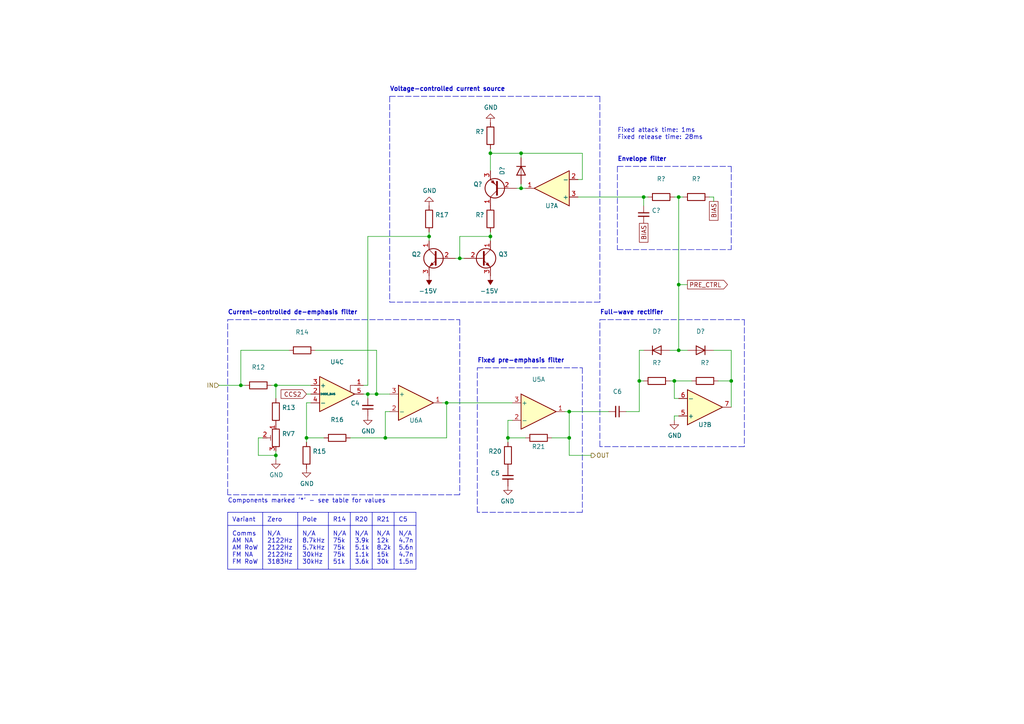
<source format=kicad_sch>
(kicad_sch (version 20211123) (generator eeschema)
  (paper "A4")
  (title_block (title "D4 Damager") (date "2021-01-08") (rev "1") (company "Copyright © 2020 Tarot Systems"))
  (lib_symbols
    (symbol "Amplifier_Operational:LM13700" (pin_names (offset 0.127))
      (property "Reference" "U" (at 3.81 5.08 0))
      (property "Value" "LM13700" (at 5.08 -5.08 0))
      (symbol "LM13700_1_1"
        (polyline (pts (xy 3.81 -0.635) (xy 3.81 -2.54) (xy 5.08 -2.54)))
        (polyline (pts (xy 5.08 0) (xy -5.08 -5.08) (xy -5.08 5.08) (xy 5.08 0)) (stroke (width 0.254)) (fill (type background)))
        (pin output line (at 7.62 0 180) (length 2.54) (name "~") (number "12"))
        (pin input line (at -7.62 2.54 0) (length 2.54) (name "-") (number "13"))
        (pin input line (at -7.62 -2.54 0) (length 2.54) (name "+") (number "14"))
        (pin input line (at -7.62 0 0) (length 2.54) (name "DIODE_BIAS") (number "15"))
        (pin input line (at 7.62 -2.54 180) (length 2.54) (name "~") (number "16"))
      )
      (symbol "LM13700_2_0"
        (polyline (pts (xy -1.905 2.54) (xy -3.175 2.54)))
      )
      (symbol "LM13700_2_1"
        (circle (center -2.54 1.905) (radius 0.254) (stroke (width 0.254)) (fill (type outline)))
        (polyline (pts (xy -3.81 -0.635) (xy -2.54 -1.27)))
        (polyline (pts (xy -3.81 1.27) (xy -3.81 -1.27)))
        (polyline (pts (xy -2.54 -1.905) (xy -1.27 -2.54)))
        (polyline (pts (xy -2.54 0) (xy -2.54 -2.54)))
        (polyline (pts (xy -3.81 0.635) (xy -2.54 1.27) (xy -2.54 1.905) (xy -2.54 2.54)))
        (polyline (pts (xy -2.54 -1.27) (xy -3.175 -0.635) (xy -3.175 -1.27) (xy -2.54 -1.27)) (fill (type outline)))
        (polyline (pts (xy -2.54 -0.635) (xy -1.27 0) (xy -1.27 1.905) (xy -2.54 1.905)))
        (polyline (pts (xy -1.27 -2.54) (xy -1.905 -1.905) (xy -1.905 -2.54) (xy -1.27 -2.54)) (fill (type outline)))
        (text "V+" (at -2.54 3.81 0) (effects (font (size 1.27 1.27))))
        (pin input line (at -7.62 0 0) (length 3.81) (name "~") (number "10"))
        (pin output line (at 2.54 -2.54 180) (length 3.81) (name "~") (number "9"))
      )
      (symbol "LM13700_3_1"
        (polyline (pts (xy 3.81 -0.635) (xy 3.81 -2.54) (xy 5.08 -2.54)))
        (polyline (pts (xy 5.08 0) (xy -5.08 -5.08) (xy -5.08 5.08) (xy 5.08 0)) (stroke (width 0.254)) (fill (type background)))
        (pin input line (at 7.62 -2.54 180) (length 2.54) (name "~") (number "1"))
        (pin input line (at -7.62 0 0) (length 2.54) (name "DIODE_BIAS") (number "2"))
        (pin input line (at -7.62 -2.54 0) (length 2.54) (name "+") (number "3"))
        (pin input line (at -7.62 2.54 0) (length 2.54) (name "-") (number "4"))
        (pin output line (at 7.62 0 180) (length 2.54) (name "~") (number "5"))
      )
      (symbol "LM13700_4_0"
        (polyline (pts (xy -3.175 2.54) (xy -1.905 2.54)))
        (text "V+" (at -2.54 3.81 0) (effects (font (size 1.27 1.27))))
      )
      (symbol "LM13700_4_1"
        (circle (center -2.54 1.905) (radius 0.254) (stroke (width 0.254)) (fill (type outline)))
        (polyline (pts (xy -3.81 -0.635) (xy -2.54 -1.27)))
        (polyline (pts (xy -3.81 1.27) (xy -3.81 -1.27)))
        (polyline (pts (xy -2.54 -1.905) (xy -1.27 -2.54)))
        (polyline (pts (xy -2.54 0) (xy -2.54 -2.54)))
        (polyline (pts (xy -3.81 0.635) (xy -2.54 1.27) (xy -2.54 2.54)))
        (polyline (pts (xy -2.54 -1.27) (xy -3.175 -0.635) (xy -3.175 -1.27) (xy -2.54 -1.27)) (fill (type outline)))
        (polyline (pts (xy -2.54 -0.635) (xy -1.27 0) (xy -1.27 1.905) (xy -2.54 1.905)))
        (polyline (pts (xy -1.27 -2.54) (xy -1.905 -1.905) (xy -1.905 -2.54) (xy -1.27 -2.54)) (fill (type outline)))
        (pin input line (at -7.62 0 0) (length 3.81) (name "~") (number "7"))
        (pin output line (at 2.54 -2.54 180) (length 3.81) (name "~") (number "8"))
      )
      (symbol "LM13700_5_1"
        (pin power_in line (at -2.54 7.62 270) (length 3.81) (name "V+") (number "11"))
        (pin power_in line (at -2.54 -7.62 90) (length 3.81) (name "V-") (number "6"))
      )
    )
    (symbol "Amplifier_Operational:TL072" (pin_names (offset 0.127))
      (property "Reference" "U" (at 0 5.08 0))
      (property "Value" "TL072" (at 0 -5.08 0))
      (symbol "TL072_1_1"
        (polyline (pts (xy -5.08 5.08) (xy 5.08 0) (xy -5.08 -5.08) (xy -5.08 5.08)) (stroke (width 0.254)) (fill (type background)))
        (pin output line (at 7.62 0 180) (length 2.54) (name "~") (number "1"))
        (pin input line (at -7.62 -2.54 0) (length 2.54) (name "-") (number "2"))
        (pin input line (at -7.62 2.54 0) (length 2.54) (name "+") (number "3"))
      )
      (symbol "TL072_2_1"
        (polyline (pts (xy -5.08 5.08) (xy 5.08 0) (xy -5.08 -5.08) (xy -5.08 5.08)) (stroke (width 0.254)) (fill (type background)))
        (pin input line (at -7.62 2.54 0) (length 2.54) (name "+") (number "5"))
        (pin input line (at -7.62 -2.54 0) (length 2.54) (name "-") (number "6"))
        (pin output line (at 7.62 0 180) (length 2.54) (name "~") (number "7"))
      )
      (symbol "TL072_3_1"
        (pin power_in line (at -2.54 -7.62 90) (length 3.81) (name "V-") (number "4"))
        (pin power_in line (at -2.54 7.62 270) (length 3.81) (name "V+") (number "8"))
      )
    )
    (symbol "Device:C_Small" (pin_numbers hide) (pin_names (offset 0.254) hide)
      (property "Reference" "C" (at 0.254 1.778 0))
      (property "Value" "C_Small" (at 0.254 -2.032 0))
      (symbol "C_Small_0_1"
        (polyline (pts (xy -1.524 -0.508) (xy 1.524 -0.508)) (stroke (width 0.3302)))
        (polyline (pts (xy -1.524 0.508) (xy 1.524 0.508)) (stroke (width 0.3048)))
      )
      (symbol "C_Small_1_1"
        (pin passive line (at 0 2.54 270) (length 2.032) (name "~") (number "1"))
        (pin passive line (at 0 -2.54 90) (length 2.032) (name "~") (number "2"))
      )
    )
    (symbol "Device:R" (pin_numbers hide) (pin_names (offset 0))
      (property "Reference" "R" (at 2.032 0 90))
      (property "Value" "R" (at 0 0 90))
      (symbol "R_0_1"
        (rectangle (start -1.016 -2.54) (end 1.016 2.54) (stroke (width 0.254)))
      )
      (symbol "R_1_1"
        (pin passive line (at 0 3.81 270) (length 1.27) (name "~") (number "1"))
        (pin passive line (at 0 -3.81 90) (length 1.27) (name "~") (number "2"))
      )
    )
    (symbol "Diode:1N4148" (pin_numbers hide) (pin_names (offset 1.016) hide)
      (property "Reference" "D" (at 0 2.54 0))
      (property "Value" "1N4148" (at 0 -2.54 0))
      (symbol "1N4148_0_1"
        (polyline (pts (xy -1.27 1.27) (xy -1.27 -1.27)) (stroke (width 0.254)))
        (polyline (pts (xy 1.27 0) (xy -1.27 0)))
        (polyline (pts (xy 1.27 1.27) (xy 1.27 -1.27) (xy -1.27 0) (xy 1.27 1.27)) (stroke (width 0.254)))
      )
      (symbol "1N4148_1_1"
        (pin passive line (at -3.81 0 0) (length 2.54) (name "K") (number "1"))
        (pin passive line (at 3.81 0 180) (length 2.54) (name "A") (number "2"))
      )
    )
    (symbol "Transistor_BJT:BC546" (pin_names (offset 0) hide)
      (property "Reference" "Q" (at 5.08 1.905 0))
      (property "Value" "BC546" (at 5.08 0 0))
      (symbol "BC546_0_1"
        (polyline (pts (xy 0 0) (xy 0.635 0)))
        (polyline (pts (xy 0.635 0.635) (xy 2.54 2.54)))
        (polyline (pts (xy 0.635 -0.635) (xy 2.54 -2.54) (xy 2.54 -2.54)))
        (polyline (pts (xy 0.635 1.905) (xy 0.635 -1.905) (xy 0.635 -1.905)) (stroke (width 0.508)))
        (polyline (pts (xy 1.27 -1.778) (xy 1.778 -1.27) (xy 2.286 -2.286) (xy 1.27 -1.778) (xy 1.27 -1.778)) (fill (type outline)))
        (circle (center 1.27 0) (radius 2.8194) (stroke (width 0.254)))
      )
      (symbol "BC546_1_1"
        (pin passive line (at 2.54 5.08 270) (length 2.54) (name "C") (number "1"))
        (pin input line (at -5.08 0 0) (length 5.08) (name "B") (number "2"))
        (pin passive line (at 2.54 -5.08 90) (length 2.54) (name "E") (number "3"))
      )
    )
    (symbol "Transistor_BJT:BC556" (pin_names (offset 0) hide)
      (property "Reference" "Q" (at 5.08 1.905 0))
      (property "Value" "BC556" (at 5.08 0 0))
      (symbol "BC556_0_1"
        (polyline (pts (xy 0.635 0.635) (xy 2.54 2.54)))
        (polyline (pts (xy 0.635 -0.635) (xy 2.54 -2.54) (xy 2.54 -2.54)))
        (polyline (pts (xy 0.635 1.905) (xy 0.635 -1.905) (xy 0.635 -1.905)) (stroke (width 0.508)))
        (polyline (pts (xy 2.286 -1.778) (xy 1.778 -2.286) (xy 1.27 -1.27) (xy 2.286 -1.778) (xy 2.286 -1.778)) (fill (type outline)))
        (circle (center 1.27 0) (radius 2.8194) (stroke (width 0.254)))
      )
      (symbol "BC556_1_1"
        (pin passive line (at 2.54 5.08 270) (length 2.54) (name "C") (number "1"))
        (pin input line (at -5.08 0 0) (length 5.715) (name "B") (number "2"))
        (pin passive line (at 2.54 -5.08 90) (length 2.54) (name "E") (number "3"))
      )
    )
    (symbol "amproc-rescue:R_POT_TRIM-Device" (pin_names (offset 1.016) hide)
      (property "Reference" "RV" (at -4.445 0 90))
      (property "Value" "R_POT_TRIM-Device" (at -2.54 0 90))
      (symbol "R_POT_TRIM-Device_0_1"
        (polyline (pts (xy 1.524 0.762) (xy 1.524 -0.762)))
        (polyline (pts (xy 2.54 0) (xy 1.524 0)))
        (rectangle (start 1.016 2.54) (end -1.016 -2.54) (stroke (width 0.254)))
      )
      (symbol "R_POT_TRIM-Device_1_1"
        (pin passive line (at 0 3.81 270) (length 1.27) (name "1") (number "1"))
        (pin passive line (at 3.81 0 180) (length 1.27) (name "2") (number "2"))
        (pin passive line (at 0 -3.81 90) (length 1.27) (name "3") (number "3"))
      )
    )
    (symbol "power:-15V" (power) (pin_names (offset 0))
      (property "Value" "-15V" (at 0 3.81 0))
      (symbol "-15V_0_0"
        (pin power_in line (at 0 0 90) (length 0) hide (name "-15V") (number "1"))
      )
      (symbol "-15V_0_1"
        (polyline (pts (xy 0 0) (xy 0 1.27) (xy 0.762 1.27) (xy 0 2.54) (xy -0.762 1.27) (xy 0 1.27)) (fill (type outline)))
      )
    )
    (symbol "power:GND" (power) (pin_names (offset 0))
      (property "Value" "GND" (at 0 -3.81 0))
      (symbol "GND_0_1"
        (polyline (pts (xy 0 0) (xy 0 -1.27) (xy 1.27 -1.27) (xy 0 -2.54) (xy -1.27 -1.27) (xy 0 -1.27)))
      )
      (symbol "GND_1_1"
        (pin power_in line (at 0 0 270) (length 0) hide (name "GND") (number "1"))
      )
    )
  )
  (junction (at 186.69 57.15))
  (junction (at 151.13 54.61))
  (junction (at 133.35 74.93))
  (junction (at 165.1 127))
  (junction (at 109.22 114.3))
  (junction (at 106.68 114.3))
  (junction (at 151.13 44.45))
  (junction (at 124.46 68.58))
  (junction (at 80.01 132.08))
  (junction (at 196.85 101.6))
  (junction (at 142.24 68.58))
  (junction (at 142.24 44.45))
  (junction (at 196.85 82.55))
  (junction (at 185.42 110.49))
  (junction (at 69.85 111.76))
  (junction (at 196.85 57.15))
  (junction (at 80.01 111.76))
  (junction (at 147.32 127))
  (junction (at 111.76 127))
  (junction (at 212.09 110.49))
  (junction (at 195.58 110.49))
  (junction (at 88.9 127))
  (junction (at 129.54 116.84))
  (junction (at 165.1 119.38))
  (wire (pts (xy 142.24 69.85) (xy 142.24 68.58)))
  (wire (pts (xy 151.13 44.45) (xy 168.91 44.45)))
  (wire (pts (xy 83.82 101.6) (xy 69.85 101.6)))
  (wire (pts (xy 196.85 120.65) (xy 195.58 120.65)))
  (polyline (pts (xy 179.07 72.39) (xy 212.09 72.39)))
  (polyline (pts (xy 212.09 48.26) (xy 212.09 72.39)))
  (wire (pts (xy 185.42 119.38) (xy 185.42 110.49)))
  (polyline (pts (xy 215.9 92.71) (xy 215.9 129.54)))
  (wire (pts (xy 186.69 59.69) (xy 186.69 57.15)))
  (wire (pts (xy 168.91 52.07) (xy 167.64 52.07)))
  (wire (pts (xy 200.66 110.49) (xy 195.58 110.49)))
  (wire (pts (xy 106.68 115.57) (xy 106.68 114.3)))
  (wire (pts (xy 196.85 82.55) (xy 196.85 101.6)))
  (wire (pts (xy 88.9 114.3) (xy 90.17 114.3)))
  (wire (pts (xy 80.01 111.76) (xy 80.01 115.57)))
  (wire (pts (xy 111.76 127) (xy 129.54 127)))
  (polyline (pts (xy 168.91 106.68) (xy 168.91 148.59)))
  (wire (pts (xy 133.35 68.58) (xy 133.35 74.93)))
  (wire (pts (xy 111.76 119.38) (xy 111.76 127)))
  (polyline (pts (xy 107.95 148.59) (xy 107.95 165.1)) (stroke (width 0) (type solid)))
  (wire (pts (xy 76.2 127) (xy 74.93 127)))
  (wire (pts (xy 185.42 101.6) (xy 185.42 110.49)))
  (wire (pts (xy 142.24 43.18) (xy 142.24 44.45)))
  (wire (pts (xy 152.4 127) (xy 147.32 127)))
  (wire (pts (xy 212.09 101.6) (xy 212.09 110.49)))
  (polyline (pts (xy 66.04 152.4) (xy 120.65 152.4)) (stroke (width 0) (type solid)))
  (wire (pts (xy 106.68 68.58) (xy 124.46 68.58)))
  (wire (pts (xy 106.68 68.58) (xy 106.68 111.76)))
  (wire (pts (xy 88.9 127) (xy 88.9 116.84)))
  (polyline (pts (xy 66.04 92.71) (xy 133.35 92.71)))
  (wire (pts (xy 212.09 110.49) (xy 208.28 110.49)))
  (wire (pts (xy 74.93 132.08) (xy 80.01 132.08)))
  (wire (pts (xy 106.68 114.3) (xy 105.41 114.3)))
  (wire (pts (xy 133.35 74.93) (xy 134.62 74.93)))
  (wire (pts (xy 165.1 127) (xy 165.1 119.38)))
  (wire (pts (xy 109.22 101.6) (xy 109.22 114.3)))
  (polyline (pts (xy 138.43 148.59) (xy 138.43 106.68)))
  (polyline (pts (xy 173.99 92.71) (xy 215.9 92.71)))
  (wire (pts (xy 147.32 121.92) (xy 148.59 121.92)))
  (polyline (pts (xy 168.91 148.59) (xy 138.43 148.59)))
  (wire (pts (xy 88.9 116.84) (xy 90.17 116.84)))
  (wire (pts (xy 171.45 132.08) (xy 165.1 132.08)))
  (wire (pts (xy 129.54 116.84) (xy 129.54 127)))
  (polyline (pts (xy 101.6 165.1) (xy 101.6 148.59)) (stroke (width 0) (type solid)))
  (polyline (pts (xy 120.65 148.59) (xy 120.65 165.1)) (stroke (width 0) (type solid)))
  (wire (pts (xy 207.01 101.6) (xy 212.09 101.6)))
  (polyline (pts (xy 173.99 27.94) (xy 173.99 87.63)))
  (wire (pts (xy 74.93 127) (xy 74.93 132.08)))
  (wire (pts (xy 160.02 127) (xy 165.1 127)))
  (wire (pts (xy 88.9 128.27) (xy 88.9 127)))
  (wire (pts (xy 93.98 127) (xy 88.9 127)))
  (wire (pts (xy 80.01 132.08) (xy 80.01 130.81)))
  (wire (pts (xy 168.91 44.45) (xy 168.91 52.07)))
  (wire (pts (xy 195.58 110.49) (xy 195.58 115.57)))
  (polyline (pts (xy 113.03 27.94) (xy 173.99 27.94)))
  (wire (pts (xy 106.68 111.76) (xy 105.41 111.76)))
  (wire (pts (xy 133.35 74.93) (xy 132.08 74.93)))
  (wire (pts (xy 199.39 82.55) (xy 196.85 82.55)))
  (polyline (pts (xy 86.36 165.1) (xy 86.36 148.59)) (stroke (width 0) (type solid)))
  (wire (pts (xy 109.22 114.3) (xy 106.68 114.3)))
  (wire (pts (xy 151.13 45.72) (xy 151.13 44.45)))
  (polyline (pts (xy 179.07 48.26) (xy 212.09 48.26)))
  (wire (pts (xy 147.32 128.27) (xy 147.32 127)))
  (polyline (pts (xy 173.99 87.63) (xy 113.03 87.63)))
  (wire (pts (xy 181.61 119.38) (xy 185.42 119.38)))
  (wire (pts (xy 69.85 111.76) (xy 71.12 111.76)))
  (polyline (pts (xy 138.43 106.68) (xy 168.91 106.68)))
  (wire (pts (xy 147.32 127) (xy 147.32 121.92)))
  (wire (pts (xy 80.01 132.08) (xy 80.01 133.35)))
  (wire (pts (xy 196.85 57.15) (xy 196.85 82.55)))
  (wire (pts (xy 142.24 67.31) (xy 142.24 68.58)))
  (wire (pts (xy 151.13 53.34) (xy 151.13 54.61)))
  (wire (pts (xy 167.64 57.15) (xy 186.69 57.15)))
  (wire (pts (xy 124.46 68.58) (xy 124.46 69.85)))
  (wire (pts (xy 142.24 68.58) (xy 133.35 68.58)))
  (wire (pts (xy 207.01 57.15) (xy 207.01 58.42)))
  (polyline (pts (xy 95.25 148.59) (xy 95.25 165.1)) (stroke (width 0) (type solid)))
  (wire (pts (xy 90.17 111.76) (xy 80.01 111.76)))
  (wire (pts (xy 195.58 110.49) (xy 194.31 110.49)))
  (wire (pts (xy 196.85 101.6) (xy 199.39 101.6)))
  (wire (pts (xy 129.54 116.84) (xy 128.27 116.84)))
  (wire (pts (xy 124.46 67.31) (xy 124.46 68.58)))
  (polyline (pts (xy 179.07 48.26) (xy 179.07 72.39)))
  (wire (pts (xy 186.69 101.6) (xy 185.42 101.6)))
  (wire (pts (xy 149.86 54.61) (xy 151.13 54.61)))
  (wire (pts (xy 195.58 120.65) (xy 195.58 121.92)))
  (wire (pts (xy 91.44 101.6) (xy 109.22 101.6)))
  (wire (pts (xy 69.85 101.6) (xy 69.85 111.76)))
  (wire (pts (xy 176.53 119.38) (xy 165.1 119.38)))
  (polyline (pts (xy 114.3 165.1) (xy 114.3 148.59)) (stroke (width 0) (type solid)))
  (wire (pts (xy 195.58 57.15) (xy 196.85 57.15)))
  (wire (pts (xy 194.31 101.6) (xy 196.85 101.6)))
  (polyline (pts (xy 66.04 148.59) (xy 120.65 148.59)) (stroke (width 0) (type solid)))
  (wire (pts (xy 101.6 127) (xy 111.76 127)))
  (wire (pts (xy 205.74 57.15) (xy 207.01 57.15)))
  (wire (pts (xy 152.4 54.61) (xy 151.13 54.61)))
  (wire (pts (xy 196.85 115.57) (xy 195.58 115.57)))
  (wire (pts (xy 142.24 44.45) (xy 142.24 49.53)))
  (wire (pts (xy 113.03 114.3) (xy 109.22 114.3)))
  (wire (pts (xy 196.85 57.15) (xy 198.12 57.15)))
  (polyline (pts (xy 133.35 143.51) (xy 66.04 143.51)))
  (polyline (pts (xy 113.03 27.94) (xy 113.03 87.63)))
  (wire (pts (xy 186.69 57.15) (xy 187.96 57.15)))
  (wire (pts (xy 113.03 119.38) (xy 111.76 119.38)))
  (wire (pts (xy 165.1 132.08) (xy 165.1 127)))
  (polyline (pts (xy 76.2 148.59) (xy 76.2 165.1)) (stroke (width 0) (type solid)))
  (polyline (pts (xy 120.65 165.1) (xy 66.04 165.1)) (stroke (width 0) (type solid)))
  (wire (pts (xy 129.54 116.84) (xy 148.59 116.84)))
  (wire (pts (xy 78.74 111.76) (xy 80.01 111.76)))
  (polyline (pts (xy 66.04 143.51) (xy 66.04 92.71)))
  (wire (pts (xy 151.13 44.45) (xy 142.24 44.45)))
  (polyline (pts (xy 215.9 129.54) (xy 173.99 129.54)))
  (wire (pts (xy 185.42 110.49) (xy 186.69 110.49)))
  (wire (pts (xy 63.5 111.76) (xy 69.85 111.76)))
  (wire (pts (xy 212.09 110.49) (xy 212.09 118.11)))
  (wire (pts (xy 165.1 119.38) (xy 163.83 119.38)))
  (polyline (pts (xy 133.35 92.71) (xy 133.35 143.51)))
  (polyline (pts (xy 66.04 165.1) (xy 66.04 148.59)) (stroke (width 0) (type solid)))
  (polyline (pts (xy 173.99 129.54) (xy 173.99 92.71)))
  (text "R21\n\nN/A\n12k\n8.2k\n15k\n30k" (at 109.22 163.83 0) (effects (font (size 1.27 1.27)) (justify left bottom)))
  (text "Voltage-controlled current source" (at 113.03 26.67 0) (effects (font (size 1.27 1.27) (thickness 0.254) bold) (justify left bottom)))
  (text "Fixed pre-emphasis filter" (at 138.43 105.41 0) (effects (font (size 1.27 1.27) (thickness 0.254) bold) (justify left bottom)))
  (text "Fixed attack time: 1ms\nFixed release time: 28ms" (at 179.07 40.64 0) (effects (font (size 1.27 1.27)) (justify left bottom)))
  (text "R14\n\nN/A\n75k\n75k\n75k\n51k" (at 96.52 163.83 0) (effects (font (size 1.27 1.27)) (justify left bottom)))
  (text "Components marked '*' - see table for values" (at 66.04 146.05 0) (effects (font (size 1.27 1.27)) (justify left bottom)))
  (text "Variant\n\nComms\nAM NA\nAM RoW\nFM NA\nFM RoW" (at 67.31 163.83 0) (effects (font (size 1.27 1.27)) (justify left bottom)))
  (text "Current-controlled de-emphasis filter" (at 66.04 91.44 0) (effects (font (size 1.27 1.27) (thickness 0.254) bold) (justify left bottom)))
  (text "C5\n\nN/A\n4.7n\n5.6n\n4.7n\n1.5n" (at 115.57 163.83 0) (effects (font (size 1.27 1.27)) (justify left bottom)))
  (text "Envelope filter" (at 179.07 46.99 0) (effects (font (size 1.27 1.27) (thickness 0.254) bold) (justify left bottom)))
  (text "Full-wave rectifier" (at 173.99 91.44 0) (effects (font (size 1.27 1.27) (thickness 0.254) bold) (justify left bottom)))
  (text "Pole\n\nN/A\n8.7kHz\n5.7kHz\n30kHz\n30kHz" (at 87.63 163.83 0) (effects (font (size 1.27 1.27)) (justify left bottom)))
  (text "Zero\n\nN/A\n2122Hz\n2122Hz\n2122Hz\n3183Hz" (at 77.47 163.83 0) (effects (font (size 1.27 1.27)) (justify left bottom)))
  (text "R20\n\nN/A\n3.9k\n5.1k\n1.1k\n3.6k" (at 102.87 163.83 0) (effects (font (size 1.27 1.27)) (justify left bottom)))
  (global_label "PRE_CTRL" (shape output) (at 199.39 82.55 0) (property "Intersheet References" "${INTERSHEET_REFS}" (effects hide)))
  (global_label "BIAS" (shape passive) (at 207.01 58.42 270) (property "Intersheet References" "${INTERSHEET_REFS}" (effects hide)))
  (global_label "CCS2" (shape input) (at 88.9 114.3 180) (property "Intersheet References" "${INTERSHEET_REFS}" (effects hide)))
  (global_label "BIAS" (shape passive) (at 186.69 64.77 270) (property "Intersheet References" "${INTERSHEET_REFS}" (effects hide)))
  (hierarchical_label "IN" (shape input) (at 63.5 111.76 180))
  (hierarchical_label "OUT" (shape output) (at 171.45 132.08 0))
  (symbol (lib_id "Amplifier_Operational:LM13700") (at 97.79 114.3 0) (mirror x) (unit 3)
    (property "Reference" "U4" (at 97.79 104.9782 0))
    (property "Datasheet" "http://www.ti.com/lit/ds/symlink/lm13700.pdf" (effects hide))
  )
  (symbol (lib_id "Device:C_Small") (at 106.68 118.11 0) (mirror x) (unit 1)
    (property "Reference" "C4" (at 104.3686 116.9416 0) (effects (justify right)))
  )
  (symbol (lib_id "power:GND") (at 106.68 120.65 0) (unit 1)
    (property "Reference" "#PWR010" (effects hide))
  )
  (symbol (lib_id "Amplifier_Operational:TL072") (at 120.65 116.84 0) (unit 1)
    (property "Reference" "U6" (at 120.65 121.92 0))
    (property "Datasheet" "http://www.ti.com/lit/ds/symlink/tl071.pdf" (effects hide))
  )
  (symbol (lib_id "Device:R") (at 97.79 127 270) (unit 1)
    (property "Reference" "R16" (at 97.79 121.7422 90))
  )
  (symbol (lib_id "Device:R") (at 88.9 132.08 0) (unit 1)
    (property "Reference" "R15" (at 90.678 130.9116 0) (effects (justify left)))
  )
  (symbol (lib_id "power:GND") (at 88.9 135.89 0) (unit 1)
    (property "Reference" "#PWR09" (effects hide))
  )
  (symbol (lib_id "Device:R") (at 80.01 119.38 0) (unit 1)
    (property "Reference" "R13" (at 81.788 118.2116 0) (effects (justify left)))
  )
  (symbol (lib_id "Device:R") (at 74.93 111.76 270) (unit 1)
    (property "Reference" "R12" (at 74.93 106.5022 90))
  )
  (symbol (lib_id "Device:R") (at 87.63 101.6 270) (unit 1)
    (property "Reference" "R14" (at 87.63 96.3422 90))
  )
  (symbol (lib_id "Amplifier_Operational:TL072") (at 156.21 119.38 0) (unit 1)
    (property "Reference" "U5" (at 156.21 110.0582 0))
    (property "Datasheet" "http://www.ti.com/lit/ds/symlink/tl071.pdf" (effects hide))
  )
  (symbol (lib_id "Device:R") (at 156.21 127 270) (unit 1)
    (property "Reference" "R21" (at 156.21 129.54 90))
  )
  (symbol (lib_id "Device:R") (at 147.32 132.08 0) (unit 1)
    (property "Reference" "R20" (at 145.542 130.9116 0) (effects (justify right)))
  )
  (symbol (lib_id "Device:C_Small") (at 147.32 138.43 0) (mirror y) (unit 1)
    (property "Reference" "C5" (at 144.9832 137.2616 0) (effects (justify left)))
  )
  (symbol (lib_id "power:GND") (at 147.32 140.97 0) (mirror y) (unit 1)
    (property "Reference" "#PWR015" (effects hide))
  )
  (symbol (lib_id "Transistor_BJT:BC556") (at 144.78 54.61 180) (unit 1)
    (property "Reference" "Q?" (at 139.9286 53.4416 0) (effects (justify left)))
    (property "Datasheet" "http://www.fairchildsemi.com/ds/BC/BC557.pdf" (effects hide))
  )
  (symbol (lib_id "Device:R") (at 142.24 39.37 0) (mirror y) (unit 1)
    (property "Reference" "R?" (at 140.462 38.2016 0) (effects (justify left)))
  )
  (symbol (lib_id "Diode:1N4148") (at 151.13 49.53 90) (mirror x) (unit 1)
    (property "Reference" "D?" (at 145.6436 49.53 0))
    (property "Datasheet" "https://assets.nexperia.com/documents/data-sheet/1N4148_1N4448.pdf" (effects hide))
  )
  (symbol (lib_id "power:GND") (at 142.24 35.56 0) (mirror x) (unit 1)
    (property "Reference" "#PWR?" (effects hide))
  )
  (symbol (lib_id "Amplifier_Operational:TL072") (at 160.02 54.61 180) (unit 1)
    (property "Reference" "U?" (at 160.02 59.69 0))
    (property "Datasheet" "http://www.ti.com/lit/ds/symlink/tl071.pdf" (effects hide))
  )
  (symbol (lib_id "Device:C_Small") (at 186.69 62.23 0) (unit 1)
    (property "Reference" "C?" (at 189.0268 61.0616 0) (effects (justify left)))
  )
  (symbol (lib_id "Device:R") (at 191.77 57.15 270) (unit 1)
    (property "Reference" "R?" (at 191.77 51.8922 90))
  )
  (symbol (lib_id "Device:R") (at 201.93 57.15 270) (unit 1)
    (property "Reference" "R?" (at 201.93 51.8922 90))
  )
  (symbol (lib_id "power:-15V") (at 124.46 80.01 180) (unit 1)
    (property "Reference" "#PWR0102" (effects hide))
  )
  (symbol (lib_id "Device:R") (at 142.24 63.5 0) (unit 1)
    (property "Reference" "R?" (at 140.462 62.3316 0) (effects (justify right)))
  )
  (symbol (lib_id "power:-15V") (at 142.24 80.01 180) (unit 1)
    (property "Reference" "#PWR0103" (effects hide))
  )
  (symbol (lib_id "Transistor_BJT:BC546") (at 139.7 74.93 0) (unit 1)
    (property "Reference" "Q3" (at 144.5514 73.7616 0) (effects (justify left)))
    (property "Datasheet" "http://www.fairchildsemi.com/ds/BC/BC547.pdf" (effects hide))
  )
  (symbol (lib_id "Transistor_BJT:BC546") (at 127 74.93 0) (mirror y) (unit 1)
    (property "Reference" "Q2" (at 122.1486 73.7616 0) (effects (justify left)))
    (property "Datasheet" "http://www.fairchildsemi.com/ds/BC/BC547.pdf" (effects hide))
  )
  (symbol (lib_id "amproc-rescue:R_POT_TRIM-Device") (at 80.01 127 0) (mirror y) (unit 1)
    (property "Reference" "RV7" (at 81.788 125.8316 0) (effects (justify right)))
  )
  (symbol (lib_id "power:GND") (at 80.01 133.35 0) (unit 1)
    (property "Reference" "#PWR08" (effects hide))
  )
  (symbol (lib_id "Device:R") (at 124.46 63.5 0) (unit 1)
    (property "Reference" "R17" (at 126.238 62.3316 0) (effects (justify left)))
  )
  (symbol (lib_id "power:GND") (at 124.46 59.69 0) (mirror x) (unit 1)
    (property "Reference" "#PWR?" (effects hide))
  )
  (symbol (lib_id "Amplifier_Operational:TL072") (at 204.47 118.11 0) (mirror x) (unit 2)
    (property "Reference" "U?" (at 204.47 123.19 0))
    (property "Datasheet" "http://www.ti.com/lit/ds/symlink/tl071.pdf" (effects hide))
  )
  (symbol (lib_id "power:GND") (at 195.58 121.92 0) (unit 1)
    (property "Reference" "#PWR?" (effects hide))
  )
  (symbol (lib_id "Device:R") (at 204.47 110.49 270) (unit 1)
    (property "Reference" "R?" (at 204.47 105.2322 90))
  )
  (symbol (lib_id "Device:R") (at 190.5 110.49 270) (unit 1)
    (property "Reference" "R?" (at 190.5 105.2322 90))
  )
  (symbol (lib_id "Diode:1N4148") (at 190.5 101.6 0) (unit 1)
    (property "Reference" "D?" (at 190.5 96.1136 0))
    (property "Datasheet" "https://assets.nexperia.com/documents/data-sheet/1N4148_1N4448.pdf" (effects hide))
  )
  (symbol (lib_id "Diode:1N4148") (at 203.2 101.6 0) (mirror y) (unit 1)
    (property "Reference" "D?" (at 203.2 96.1136 0))
    (property "Datasheet" "https://assets.nexperia.com/documents/data-sheet/1N4148_1N4448.pdf" (effects hide))
  )
  (symbol (lib_id "Device:C_Small") (at 179.07 119.38 270) (unit 1)
    (property "Reference" "C6" (at 179.07 113.5634 90))
  )
)
</source>
